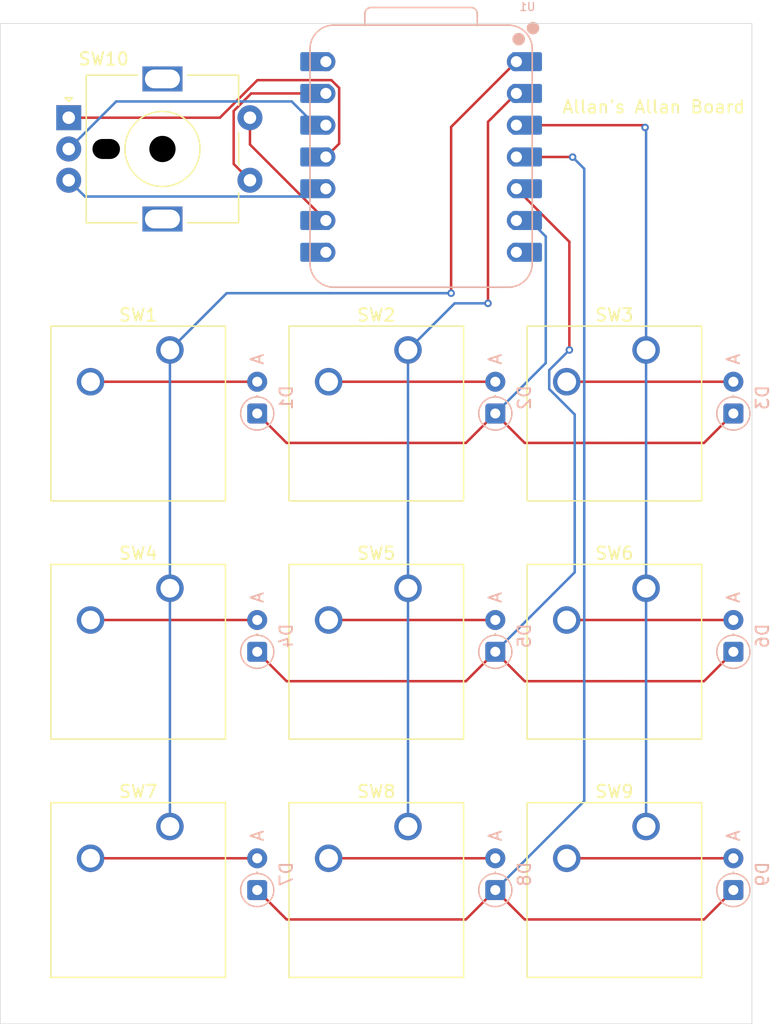
<source format=kicad_pcb>
(kicad_pcb (version 20241229) (generator "pcbnew") (generator_version "9.0")
  (layers (0 "F.Cu" signal) (2 "B.Cu" signal) (13 "F.Paste" user) (15 "B.Paste" user) (5 "F.SilkS" user "F.Silkscreen") (7 "B.SilkS" user "B.Silkscreen") (1 "F.Mask" user) (3 "B.Mask" user) (25 "Edge.Cuts" user))
  (net 0 "")
  (net 1 "Net-(D1-A)")
  (net 2 "Row 0")
  (net 3 "Net-(D2-A)")
  (net 4 "Net-(D3-A)")
  (net 5 "Net-(D4-A)")
  (net 6 "Row 1")
  (net 7 "Net-(D5-A)")
  (net 8 "Net-(D6-A)")
  (net 9 "Net-(D7-A)")
  (net 10 "Row 2")
  (net 11 "Net-(D8-A)")
  (net 12 "Net-(D9-A)")
  (net 13 "Column 0")
  (net 14 "Column 1")
  (net 15 "Column 2")
  (net 16 "GND")
  (net 17 "3.3V")
  (net 18 "Rot B")
  (net 19 "Rot A")
  (net 20 "Rot Switch")
  (net 21 "+5V")
  (footprint "Button_Switch_Keyboard:SW_Cherry_MX_1.00u_PCB" (layer "F.Cu") (at 133.49 101.97)
    (property "Reference" "SW4" (at -2.54 -2.794 0) (layer "F.SilkS"))
    (property "Value" "SW_Push")
    (fp_line (start -9.525 -1.905) (end 4.445 -1.905) (stroke (width 0.12)) (layer "F.SilkS"))
    (fp_line (start -9.525 12.065) (end -9.525 -1.905) (stroke (width 0.12)) (layer "F.SilkS"))
    (fp_line (start 4.445 -1.905) (end 4.445 12.065) (stroke (width 0.12)) (layer "F.SilkS"))
    (fp_line (start 4.445 12.065) (end -9.525 12.065) (stroke (width 0.12)) (layer "F.SilkS"))
    (pad "" np_thru_hole circle (at -7.62 5.08) (size 1.7 1.7) (drill 1.7) (layers "*.Cu" "*.Mask"))
    (pad "" np_thru_hole circle (at -2.54 5.08) (size 4 4) (drill 4) (layers "*.Cu" "*.Mask"))
    (pad "" np_thru_hole circle (at 2.54 5.08) (size 1.7 1.7) (drill 1.7) (layers "*.Cu" "*.Mask"))
    (pad "1" thru_hole circle (at 0 0) (size 2.2 2.2) (drill 1.5) (layers "*.Cu" "*.Mask") (net 13 "Column 0"))
    (pad "2" thru_hole circle (at -6.35 2.54) (size 2.2 2.2) (drill 1.5) (layers "*.Cu" "*.Mask") (net 5 "Net-(D4-A)"))
  )
  (footprint "Button_Switch_Keyboard:SW_Cherry_MX_1.00u_PCB" (layer "F.Cu") (at 152.54 101.97)
    (property "Reference" "SW5" (at -2.54 -2.794 0) (layer "F.SilkS"))
    (property "Value" "SW_Push")
    (fp_line (start -9.525 -1.905) (end 4.445 -1.905) (stroke (width 0.12)) (layer "F.SilkS"))
    (fp_line (start -9.525 12.065) (end -9.525 -1.905) (stroke (width 0.12)) (layer "F.SilkS"))
    (fp_line (start 4.445 -1.905) (end 4.445 12.065) (stroke (width 0.12)) (layer "F.SilkS"))
    (fp_line (start 4.445 12.065) (end -9.525 12.065) (stroke (width 0.12)) (layer "F.SilkS"))
    (pad "" np_thru_hole circle (at -7.62 5.08) (size 1.7 1.7) (drill 1.7) (layers "*.Cu" "*.Mask"))
    (pad "" np_thru_hole circle (at -2.54 5.08) (size 4 4) (drill 4) (layers "*.Cu" "*.Mask"))
    (pad "" np_thru_hole circle (at 2.54 5.08) (size 1.7 1.7) (drill 1.7) (layers "*.Cu" "*.Mask"))
    (pad "1" thru_hole circle (at 0 0) (size 2.2 2.2) (drill 1.5) (layers "*.Cu" "*.Mask") (net 14 "Column 1"))
    (pad "2" thru_hole circle (at -6.35 2.54) (size 2.2 2.2) (drill 1.5) (layers "*.Cu" "*.Mask") (net 7 "Net-(D5-A)"))
  )
  (footprint "Button_Switch_Keyboard:SW_Cherry_MX_1.00u_PCB" (layer "F.Cu") (at 152.54 121.02)
    (property "Reference" "SW8" (at -2.54 -2.794 0) (layer "F.SilkS"))
    (property "Value" "SW_Push")
    (fp_line (start -9.525 -1.905) (end 4.445 -1.905) (stroke (width 0.12)) (layer "F.SilkS"))
    (fp_line (start -9.525 12.065) (end -9.525 -1.905) (stroke (width 0.12)) (layer "F.SilkS"))
    (fp_line (start 4.445 -1.905) (end 4.445 12.065) (stroke (width 0.12)) (layer "F.SilkS"))
    (fp_line (start 4.445 12.065) (end -9.525 12.065) (stroke (width 0.12)) (layer "F.SilkS"))
    (pad "" np_thru_hole circle (at -7.62 5.08) (size 1.7 1.7) (drill 1.7) (layers "*.Cu" "*.Mask"))
    (pad "" np_thru_hole circle (at -2.54 5.08) (size 4 4) (drill 4) (layers "*.Cu" "*.Mask"))
    (pad "" np_thru_hole circle (at 2.54 5.08) (size 1.7 1.7) (drill 1.7) (layers "*.Cu" "*.Mask"))
    (pad "1" thru_hole circle (at 0 0) (size 2.2 2.2) (drill 1.5) (layers "*.Cu" "*.Mask") (net 14 "Column 1"))
    (pad "2" thru_hole circle (at -6.35 2.54) (size 2.2 2.2) (drill 1.5) (layers "*.Cu" "*.Mask") (net 11 "Net-(D8-A)"))
  )
  (footprint "Button_Switch_Keyboard:SW_Cherry_MX_1.00u_PCB" (layer "F.Cu") (at 171.59 82.92)
    (property "Reference" "SW3" (at -2.54 -2.794 0) (layer "F.SilkS"))
    (property "Value" "SW_Push")
    (fp_line (start -9.525 -1.905) (end 4.445 -1.905) (stroke (width 0.12)) (layer "F.SilkS"))
    (fp_line (start -9.525 12.065) (end -9.525 -1.905) (stroke (width 0.12)) (layer "F.SilkS"))
    (fp_line (start 4.445 -1.905) (end 4.445 12.065) (stroke (width 0.12)) (layer "F.SilkS"))
    (fp_line (start 4.445 12.065) (end -9.525 12.065) (stroke (width 0.12)) (layer "F.SilkS"))
    (pad "" np_thru_hole circle (at -7.62 5.08) (size 1.7 1.7) (drill 1.7) (layers "*.Cu" "*.Mask"))
    (pad "" np_thru_hole circle (at -2.54 5.08) (size 4 4) (drill 4) (layers "*.Cu" "*.Mask"))
    (pad "" np_thru_hole circle (at 2.54 5.08) (size 1.7 1.7) (drill 1.7) (layers "*.Cu" "*.Mask"))
    (pad "1" thru_hole circle (at 0 0) (size 2.2 2.2) (drill 1.5) (layers "*.Cu" "*.Mask") (net 15 "Column 2"))
    (pad "2" thru_hole circle (at -6.35 2.54) (size 2.2 2.2) (drill 1.5) (layers "*.Cu" "*.Mask") (net 4 "Net-(D3-A)"))
  )
  (footprint "Button_Switch_Keyboard:SW_Cherry_MX_1.00u_PCB" (layer "F.Cu") (at 152.54 82.92)
    (property "Reference" "SW2" (at -2.54 -2.794 0) (layer "F.SilkS"))
    (property "Value" "SW_Push")
    (fp_line (start -9.525 -1.905) (end 4.445 -1.905) (stroke (width 0.12)) (layer "F.SilkS"))
    (fp_line (start -9.525 12.065) (end -9.525 -1.905) (stroke (width 0.12)) (layer "F.SilkS"))
    (fp_line (start 4.445 -1.905) (end 4.445 12.065) (stroke (width 0.12)) (layer "F.SilkS"))
    (fp_line (start 4.445 12.065) (end -9.525 12.065) (stroke (width 0.12)) (layer "F.SilkS"))
    (pad "" np_thru_hole circle (at -7.62 5.08) (size 1.7 1.7) (drill 1.7) (layers "*.Cu" "*.Mask"))
    (pad "" np_thru_hole circle (at -2.54 5.08) (size 4 4) (drill 4) (layers "*.Cu" "*.Mask"))
    (pad "" np_thru_hole circle (at 2.54 5.08) (size 1.7 1.7) (drill 1.7) (layers "*.Cu" "*.Mask"))
    (pad "1" thru_hole circle (at 0 0) (size 2.2 2.2) (drill 1.5) (layers "*.Cu" "*.Mask") (net 14 "Column 1"))
    (pad "2" thru_hole circle (at -6.35 2.54) (size 2.2 2.2) (drill 1.5) (layers "*.Cu" "*.Mask") (net 3 "Net-(D2-A)"))
  )
  (footprint "Button_Switch_Keyboard:SW_Cherry_MX_1.00u_PCB" (layer "F.Cu") (at 171.59 101.97)
    (property "Reference" "SW6" (at -2.54 -2.794 0) (layer "F.SilkS"))
    (property "Value" "SW_Push")
    (fp_line (start -9.525 -1.905) (end 4.445 -1.905) (stroke (width 0.12)) (layer "F.SilkS"))
    (fp_line (start -9.525 12.065) (end -9.525 -1.905) (stroke (width 0.12)) (layer "F.SilkS"))
    (fp_line (start 4.445 -1.905) (end 4.445 12.065) (stroke (width 0.12)) (layer "F.SilkS"))
    (fp_line (start 4.445 12.065) (end -9.525 12.065) (stroke (width 0.12)) (layer "F.SilkS"))
    (pad "" np_thru_hole circle (at -7.62 5.08) (size 1.7 1.7) (drill 1.7) (layers "*.Cu" "*.Mask"))
    (pad "" np_thru_hole circle (at -2.54 5.08) (size 4 4) (drill 4) (layers "*.Cu" "*.Mask"))
    (pad "" np_thru_hole circle (at 2.54 5.08) (size 1.7 1.7) (drill 1.7) (layers "*.Cu" "*.Mask"))
    (pad "1" thru_hole circle (at 0 0) (size 2.2 2.2) (drill 1.5) (layers "*.Cu" "*.Mask") (net 15 "Column 2"))
    (pad "2" thru_hole circle (at -6.35 2.54) (size 2.2 2.2) (drill 1.5) (layers "*.Cu" "*.Mask") (net 8 "Net-(D6-A)"))
  )
  (footprint "Rotary_Encoder:RotaryEncoder_Alps_EC11E-Switch_Vertical_H20mm_MountingHoles" (layer "F.Cu") (at 125.39375 64.35)
    (property "Reference" "SW10" (at 2.8 -4.7 0) (layer "F.SilkS"))
    (property "Value" "RotaryEncoder_Switch")
    (fp_line (start -0.3 -1.6) (end 0.3 -1.6) (stroke (width 0.12)) (layer "F.SilkS"))
    (fp_line (start 0 -1.3) (end -0.3 -1.6) (stroke (width 0.12)) (layer "F.SilkS"))
    (fp_line (start 0.3 -1.6) (end 0 -1.3) (stroke (width 0.12)) (layer "F.SilkS"))
    (fp_line (start 1.4 -3.4) (end 1.4 8.4) (stroke (width 0.12)) (layer "F.SilkS"))
    (fp_line (start 5.5 -3.4) (end 1.4 -3.4) (stroke (width 0.12)) (layer "F.SilkS"))
    (fp_line (start 5.5 8.4) (end 1.4 8.4) (stroke (width 0.12)) (layer "F.SilkS"))
    (fp_line (start 9.5 -3.4) (end 13.6 -3.4) (stroke (width 0.12)) (layer "F.SilkS"))
    (fp_line (start 13.6 -3.4) (end 13.6 -1) (stroke (width 0.12)) (layer "F.SilkS"))
    (fp_line (start 13.6 1.2) (end 13.6 3.8) (stroke (width 0.12)) (layer "F.SilkS"))
    (fp_line (start 13.6 6) (end 13.6 8.4) (stroke (width 0.12)) (layer "F.SilkS"))
    (fp_line (start 13.6 8.4) (end 9.5 8.4) (stroke (width 0.12)) (layer "F.SilkS"))
    (fp_circle (center 7.5 2.5) (end 10.5 2.5) (stroke (width 0.12)) (fill no) (layer "F.SilkS"))
    (pad "" np_thru_hole oval (at 3 2.5) (size 2.2 1.6) (drill oval 2.2 1.6) (layers "*.Mask"))
    (pad "" np_thru_hole circle (at 7.5 2.5) (size 2.1 2.1) (drill 2.1) (layers "*.Mask"))
    (pad "A" thru_hole rect (at 0 0) (size 2 2) (drill 1) (layers "*.Cu" "*.Mask") (net 19 "Rot A"))
    (pad "B" thru_hole circle (at 0 5) (size 2 2) (drill 1) (layers "*.Cu" "*.Mask") (net 18 "Rot B"))
    (pad "C" thru_hole circle (at 0 2.5) (size 2 2) (drill 1) (layers "*.Cu" "*.Mask") (net 17 "3.3V"))
    (pad "MP" thru_hole rect (at 7.5 -3.1) (size 3.2 2) (drill oval 2.8 1.5) (layers "*.Cu" "*.Mask"))
    (pad "MP" thru_hole rect (at 7.5 8.1) (size 3.2 2) (drill oval 2.8 1.5) (layers "*.Cu" "*.Mask"))
    (pad "S1" thru_hole circle (at 14.5 5) (size 2 2) (drill 1) (layers "*.Cu" "*.Mask") (net 16 "GND"))
    (pad "S2" thru_hole circle (at 14.5 0) (size 2 2) (drill 1) (layers "*.Cu" "*.Mask") (net 20 "Rot Switch"))
  )
  (footprint "Button_Switch_Keyboard:SW_Cherry_MX_1.00u_PCB" (layer "F.Cu") (at 133.49 121.02)
    (property "Reference" "SW7" (at -2.54 -2.794 0) (layer "F.SilkS"))
    (property "Value" "SW_Push")
    (fp_line (start -9.525 -1.905) (end 4.445 -1.905) (stroke (width 0.12)) (layer "F.SilkS"))
    (fp_line (start -9.525 12.065) (end -9.525 -1.905) (stroke (width 0.12)) (layer "F.SilkS"))
    (fp_line (start 4.445 -1.905) (end 4.445 12.065) (stroke (width 0.12)) (layer "F.SilkS"))
    (fp_line (start 4.445 12.065) (end -9.525 12.065) (stroke (width 0.12)) (layer "F.SilkS"))
    (pad "" np_thru_hole circle (at -7.62 5.08) (size 1.7 1.7) (drill 1.7) (layers "*.Cu" "*.Mask"))
    (pad "" np_thru_hole circle (at -2.54 5.08) (size 4 4) (drill 4) (layers "*.Cu" "*.Mask"))
    (pad "" np_thru_hole circle (at 2.54 5.08) (size 1.7 1.7) (drill 1.7) (layers "*.Cu" "*.Mask"))
    (pad "1" thru_hole circle (at 0 0) (size 2.2 2.2) (drill 1.5) (layers "*.Cu" "*.Mask") (net 13 "Column 0"))
    (pad "2" thru_hole circle (at -6.35 2.54) (size 2.2 2.2) (drill 1.5) (layers "*.Cu" "*.Mask") (net 9 "Net-(D7-A)"))
  )
  (footprint "Button_Switch_Keyboard:SW_Cherry_MX_1.00u_PCB" (layer "F.Cu") (at 133.49 82.92)
    (property "Reference" "SW1" (at -2.54 -2.794 0) (layer "F.SilkS"))
    (property "Value" "SW_Push")
    (fp_line (start -9.525 -1.905) (end 4.445 -1.905) (stroke (width 0.12)) (layer "F.SilkS"))
    (fp_line (start -9.525 12.065) (end -9.525 -1.905) (stroke (width 0.12)) (layer "F.SilkS"))
    (fp_line (start 4.445 -1.905) (end 4.445 12.065) (stroke (width 0.12)) (layer "F.SilkS"))
    (fp_line (start 4.445 12.065) (end -9.525 12.065) (stroke (width 0.12)) (layer "F.SilkS"))
    (pad "" np_thru_hole circle (at -7.62 5.08) (size 1.7 1.7) (drill 1.7) (layers "*.Cu" "*.Mask"))
    (pad "" np_thru_hole circle (at -2.54 5.08) (size 4 4) (drill 4) (layers "*.Cu" "*.Mask"))
    (pad "" np_thru_hole circle (at 2.54 5.08) (size 1.7 1.7) (drill 1.7) (layers "*.Cu" "*.Mask"))
    (pad "1" thru_hole circle (at 0 0) (size 2.2 2.2) (drill 1.5) (layers "*.Cu" "*.Mask") (net 13 "Column 0"))
    (pad "2" thru_hole circle (at -6.35 2.54) (size 2.2 2.2) (drill 1.5) (layers "*.Cu" "*.Mask") (net 1 "Net-(D1-A)"))
  )
  (footprint "Button_Switch_Keyboard:SW_Cherry_MX_1.00u_PCB" (layer "F.Cu") (at 171.59 121.02)
    (property "Reference" "SW9" (at -2.54 -2.794 0) (layer "F.SilkS"))
    (property "Value" "SW_Push")
    (fp_line (start -9.525 -1.905) (end 4.445 -1.905) (stroke (width 0.12)) (layer "F.SilkS"))
    (fp_line (start -9.525 12.065) (end -9.525 -1.905) (stroke (width 0.12)) (layer "F.SilkS"))
    (fp_line (start 4.445 -1.905) (end 4.445 12.065) (stroke (width 0.12)) (layer "F.SilkS"))
    (fp_line (start 4.445 12.065) (end -9.525 12.065) (stroke (width 0.12)) (layer "F.SilkS"))
    (pad "" np_thru_hole circle (at -7.62 5.08) (size 1.7 1.7) (drill 1.7) (layers "*.Cu" "*.Mask"))
    (pad "" np_thru_hole circle (at -2.54 5.08) (size 4 4) (drill 4) (layers "*.Cu" "*.Mask"))
    (pad "" np_thru_hole circle (at 2.54 5.08) (size 1.7 1.7) (drill 1.7) (layers "*.Cu" "*.Mask"))
    (pad "1" thru_hole circle (at 0 0) (size 2.2 2.2) (drill 1.5) (layers "*.Cu" "*.Mask") (net 15 "Column 2"))
    (pad "2" thru_hole circle (at -6.35 2.54) (size 2.2 2.2) (drill 1.5) (layers "*.Cu" "*.Mask") (net 12 "Net-(D9-A)"))
  )
  (footprint "Diode_THT:D_DO-35_SOD27_P2.54mm_Vertical_AnodeUp" (layer "B.Cu") (at 140.475 126.1 90)
    (property "Reference" "D7" (at 1.27 2.326371 90) (layer "B.SilkS") (effects (justify mirror)))
    (property "Value" "1N4148WT")
    (fp_line (start 1.326371 0) (end 1.44 0) (stroke (width 0.12)) (layer "B.SilkS"))
    (fp_circle (center 0 0) (end 1.326371 0) (stroke (width 0.12)) (fill no) (layer "B.SilkS"))
    (fp_text user "A" (at 4.34 0 90) (layer "B.SilkS") (effects (justify mirror)))
    (pad "1" thru_hole roundrect (at 0 0 90) (size 1.6 1.6) (drill 0.8) (layers "*.Cu" "*.Mask") (roundrect_rratio 0.15625) (net 10 "Row 2"))
    (pad "2" thru_hole circle (at 2.54 0 90) (size 1.6 1.6) (drill 0.8) (layers "*.Cu" "*.Mask") (net 9 "Net-(D7-A)"))
  )
  (footprint "Diode_THT:D_DO-35_SOD27_P2.54mm_Vertical_AnodeUp" (layer "B.Cu") (at 178.575 88 90)
    (property "Reference" "D3" (at 1.27 2.326371 90) (layer "B.SilkS") (effects (justify mirror)))
    (property "Value" "1N4148WT")
    (fp_line (start 1.326371 0) (end 1.44 0) (stroke (width 0.12)) (layer "B.SilkS"))
    (fp_circle (center 0 0) (end 1.326371 0) (stroke (width 0.12)) (fill no) (layer "B.SilkS"))
    (fp_text user "A" (at 4.34 0 90) (layer "B.SilkS") (effects (justify mirror)))
    (pad "1" thru_hole roundrect (at 0 0 90) (size 1.6 1.6) (drill 0.8) (layers "*.Cu" "*.Mask") (roundrect_rratio 0.15625) (net 2 "Row 0"))
    (pad "2" thru_hole circle (at 2.54 0 90) (size 1.6 1.6) (drill 0.8) (layers "*.Cu" "*.Mask") (net 4 "Net-(D3-A)"))
  )
  (footprint "Diode_THT:D_DO-35_SOD27_P2.54mm_Vertical_AnodeUp" (layer "B.Cu") (at 140.475 107.05 90)
    (property "Reference" "D4" (at 1.27 2.326371 90) (layer "B.SilkS") (effects (justify mirror)))
    (property "Value" "1N4148WT")
    (fp_line (start 1.326371 0) (end 1.44 0) (stroke (width 0.12)) (layer "B.SilkS"))
    (fp_circle (center 0 0) (end 1.326371 0) (stroke (width 0.12)) (fill no) (layer "B.SilkS"))
    (fp_text user "A" (at 4.34 0 90) (layer "B.SilkS") (effects (justify mirror)))
    (pad "1" thru_hole roundrect (at 0 0 90) (size 1.6 1.6) (drill 0.8) (layers "*.Cu" "*.Mask") (roundrect_rratio 0.15625) (net 6 "Row 1"))
    (pad "2" thru_hole circle (at 2.54 0 90) (size 1.6 1.6) (drill 0.8) (layers "*.Cu" "*.Mask") (net 5 "Net-(D4-A)"))
  )
  (footprint "Diode_THT:D_DO-35_SOD27_P2.54mm_Vertical_AnodeUp" (layer "B.Cu") (at 159.525 107.05 90)
    (property "Reference" "D5" (at 1.27 2.326371 90) (layer "B.SilkS") (effects (justify mirror)))
    (property "Value" "1N4148WT")
    (fp_line (start 1.326371 0) (end 1.44 0) (stroke (width 0.12)) (layer "B.SilkS"))
    (fp_circle (center 0 0) (end 1.326371 0) (stroke (width 0.12)) (fill no) (layer "B.SilkS"))
    (fp_text user "A" (at 4.34 0 90) (layer "B.SilkS") (effects (justify mirror)))
    (pad "1" thru_hole roundrect (at 0 0 90) (size 1.6 1.6) (drill 0.8) (layers "*.Cu" "*.Mask") (roundrect_rratio 0.15625) (net 6 "Row 1"))
    (pad "2" thru_hole circle (at 2.54 0 90) (size 1.6 1.6) (drill 0.8) (layers "*.Cu" "*.Mask") (net 7 "Net-(D5-A)"))
  )
  (footprint "Diode_THT:D_DO-35_SOD27_P2.54mm_Vertical_AnodeUp" (layer "B.Cu") (at 178.575 126.1 90)
    (property "Reference" "D9" (at 1.27 2.326371 90) (layer "B.SilkS") (effects (justify mirror)))
    (property "Value" "1N4148WT")
    (fp_line (start 1.326371 0) (end 1.44 0) (stroke (width 0.12)) (layer "B.SilkS"))
    (fp_circle (center 0 0) (end 1.326371 0) (stroke (width 0.12)) (fill no) (layer "B.SilkS"))
    (fp_text user "A" (at 4.34 0 90) (layer "B.SilkS") (effects (justify mirror)))
    (pad "1" thru_hole roundrect (at 0 0 90) (size 1.6 1.6) (drill 0.8) (layers "*.Cu" "*.Mask") (roundrect_rratio 0.15625) (net 10 "Row 2"))
    (pad "2" thru_hole circle (at 2.54 0 90) (size 1.6 1.6) (drill 0.8) (layers "*.Cu" "*.Mask") (net 12 "Net-(D9-A)"))
  )
  (footprint "Diode_THT:D_DO-35_SOD27_P2.54mm_Vertical_AnodeUp" (layer "B.Cu") (at 159.525 126.1 90)
    (property "Reference" "D8" (at 1.27 2.326371 90) (layer "B.SilkS") (effects (justify mirror)))
    (property "Value" "1N4148WT")
    (fp_line (start 1.326371 0) (end 1.44 0) (stroke (width 0.12)) (layer "B.SilkS"))
    (fp_circle (center 0 0) (end 1.326371 0) (stroke (width 0.12)) (fill no) (layer "B.SilkS"))
    (fp_text user "A" (at 4.34 0 90) (layer "B.SilkS") (effects (justify mirror)))
    (pad "1" thru_hole roundrect (at 0 0 90) (size 1.6 1.6) (drill 0.8) (layers "*.Cu" "*.Mask") (roundrect_rratio 0.15625) (net 10 "Row 2"))
    (pad "2" thru_hole circle (at 2.54 0 90) (size 1.6 1.6) (drill 0.8) (layers "*.Cu" "*.Mask") (net 11 "Net-(D8-A)"))
  )
  (footprint "Diode_THT:D_DO-35_SOD27_P2.54mm_Vertical_AnodeUp" (layer "B.Cu") (at 140.475 88 90)
    (property "Reference" "D1" (at 1.27 2.326371 90) (layer "B.SilkS") (effects (justify mirror)))
    (property "Value" "1N4148WT")
    (fp_line (start 1.326371 0) (end 1.44 0) (stroke (width 0.12)) (layer "B.SilkS"))
    (fp_circle (center 0 0) (end 1.326371 0) (stroke (width 0.12)) (fill no) (layer "B.SilkS"))
    (fp_text user "A" (at 4.34 0 90) (layer "B.SilkS") (effects (justify mirror)))
    (pad "1" thru_hole roundrect (at 0 0 90) (size 1.6 1.6) (drill 0.8) (layers "*.Cu" "*.Mask") (roundrect_rratio 0.15625) (net 2 "Row 0"))
    (pad "2" thru_hole circle (at 2.54 0 90) (size 1.6 1.6) (drill 0.8) (layers "*.Cu" "*.Mask") (net 1 "Net-(D1-A)"))
  )
  (footprint "OPL:XIAO-RP2040-DIP" (layer "B.Cu") (at 153.59 67.4885 180)
    (property "Reference" "U1" (at -8.5 12 0) (layer "B.SilkS") (effects (font (size 0.635 0.635) (thickness 0.1016)) (justify mirror)))
    (property "Value" "XIAO-RP2040-DIP")
    (fp_line (start 8.89 -8.509) (end 8.89 8.636) (stroke (width 0.127)) (layer "B.SilkS"))
    (fp_line (start 6.985 10.541) (end -6.985 10.541) (stroke (width 0.1)) (layer "B.SilkS"))
    (fp_line (start 6.985 10.541) (end -6.985 10.541) (stroke (width 0.127)) (layer "B.SilkS"))
    (fp_line (start 4.504 11.451) (end 4.504 10.541) (stroke (width 0.127)) (layer "B.SilkS"))
    (fp_line (start -3.991272 11.951) (end 4.004 11.951) (stroke (width 0.127)) (layer "B.SilkS"))
    (fp_line (start -4.495 10.541) (end -4.491272 11.451272) (stroke (width 0.127)) (layer "B.SilkS"))
    (fp_line (start -6.985 -10.414) (end 6.985 -10.414) (stroke (width 0.127)) (layer "B.SilkS"))
    (fp_line (start -8.89 -8.509) (end -8.89 8.636) (stroke (width 0.127)) (layer "B.SilkS"))
    (fp_arc (start 8.89 8.636) (mid 8.332038 9.983038) (end 6.985 10.541) (stroke (width 0.127)) (layer "B.SilkS"))
    (fp_arc (start 6.985 -10.414) (mid 8.332038 -9.856038) (end 8.89 -8.509) (stroke (width 0.127)) (layer "B.SilkS"))
    (fp_arc (start 4.504 11.451) (mid 4.357553 11.804553) (end 4.004 11.951) (stroke (width 0.127)) (layer "B.SilkS"))
    (fp_arc (start -3.991272 11.951) (mid -4.344724 11.804644) (end -4.491272 11.451272) (stroke (width 0.127)) (layer "B.SilkS"))
    (fp_arc (start -6.985 10.541) (mid -8.332038 9.983038) (end -8.89 8.636) (stroke (width 0.127)) (layer "B.SilkS"))
    (fp_arc (start -8.89 -8.509) (mid -8.332038 -9.856038) (end -6.985 -10.414) (stroke (width 0.127)) (layer "B.SilkS"))
    (fp_circle (center -7.807 9.42) (end -7.807 9.674) (stroke (width 0.5)) (fill yes) (layer "B.SilkS"))
    (fp_circle (center -8.95 10.3) (end -8.95 10.554) (stroke (width 0.5)) (fill yes) (layer "B.SilkS"))
    (pad "1" smd roundrect (at -8.455 7.62) (size 2.432 1.524) (layers "B.Cu" "B.Mask") (roundrect_rratio 0.1) (net 13 "Column 0"))
    (pad "1" thru_hole circle (at -7.62 7.62) (size 1.524 1.524) (drill 0.889) (layers "*.Cu" "*.Mask") (net 13 "Column 0"))
    (pad "2" smd roundrect (at -8.455 5.08) (size 2.432 1.524) (layers "B.Cu" "B.Mask") (roundrect_rratio 0.1) (net 14 "Column 1"))
    (pad "2" thru_hole circle (at -7.62 5.08) (size 1.524 1.524) (drill 0.889) (layers "*.Cu" "*.Mask") (net 14 "Column 1"))
    (pad "3" smd roundrect (at -8.455 2.54) (size 2.432 1.524) (layers "B.Cu" "B.Mask") (roundrect_rratio 0.1) (net 15 "Column 2"))
    (pad "3" thru_hole circle (at -7.62 2.54) (size 1.524 1.524) (drill 0.889) (layers "*.Cu" "*.Mask") (net 15 "Column 2"))
    (pad "4" smd roundrect (at -8.455 0) (size 2.432 1.524) (layers "B.Cu" "B.Mask") (roundrect_rratio 0.1) (net 10 "Row 2"))
    (pad "4" thru_hole circle (at -7.62 0) (size 1.524 1.524) (drill 0.889) (layers "*.Cu" "*.Mask") (net 10 "Row 2"))
    (pad "5" smd roundrect (at -8.455 -2.54) (size 2.432 1.524) (layers "B.Cu" "B.Mask") (roundrect_rratio 0.1) (net 6 "Row 1"))
    (pad "5" thru_hole circle (at -7.62 -2.54) (size 1.524 1.524) (drill 0.889) (layers "*.Cu" "*.Mask") (net 6 "Row 1"))
    (pad "6" smd roundrect (at -8.455 -5.08) (size 2.432 1.524) (layers "B.Cu" "B.Mask") (roundrect_rratio 0.1) (net 2 "Row 0"))
    (pad "6" thru_hole circle (at -7.62 -5.08) (size 1.524 1.524) (drill 0.889) (layers "*.Cu" "*.Mask") (net 2 "Row 0"))
    (pad "7" smd roundrect (at -8.455 -7.62) (size 2.432 1.524) (layers "B.Cu" "B.Mask") (roundrect_rratio 0.1))
    (pad "7" thru_hole circle (at -7.62 -7.62) (size 1.524 1.524) (drill 0.889) (layers "*.Cu" "*.Mask"))
    (pad "8" thru_hole circle (at 7.62 -7.62 180) (size 1.524 1.524) (drill 0.889) (layers "*.Cu" "*.Mask"))
    (pad "8" smd roundrect (at 8.455 -7.62 180) (size 2.432 1.524) (layers "B.Cu" "B.Mask") (roundrect_rratio 0.1))
    (pad "9" thru_hole circle (at 7.62 -5.08 180) (size 1.524 1.524) (drill 0.889) (layers "*.Cu" "*.Mask") (net 20 "Rot Switch"))
    (pad "9" smd roundrect (at 8.455 -5.08 180) (size 2.432 1.524) (layers "B.Cu" "B.Mask") (roundrect_rratio 0.1) (net 20 "Rot Switch"))
    (pad "10" thru_hole circle (at 7.62 -2.54 180) (size 1.524 1.524) (drill 0.889) (layers "*.Cu" "*.Mask") (net 18 "Rot B"))
    (pad "10" smd roundrect (at 8.455 -2.54 180) (size 2.432 1.524) (layers "B.Cu" "B.Mask") (roundrect_rratio 0.1) (net 18 "Rot B"))
    (pad "11" thru_hole circle (at 7.62 0 180) (size 1.524 1.524) (drill 0.889) (layers "*.Cu" "*.Mask") (net 19 "Rot A"))
    (pad "11" smd roundrect (at 8.455 0 180) (size 2.432 1.524) (layers "B.Cu" "B.Mask") (roundrect_rratio 0.1) (net 19 "Rot A"))
    (pad "12" thru_hole circle (at 7.62 2.54 180) (size 1.524 1.524) (drill 0.889) (layers "*.Cu" "*.Mask") (net 17 "3.3V"))
    (pad "12" smd roundrect (at 8.455 2.54 180) (size 2.432 1.524) (layers "B.Cu" "B.Mask") (roundrect_rratio 0.1) (net 17 "3.3V"))
    (pad "13" thru_hole circle (at 7.62 5.08 180) (size 1.524 1.524) (drill 0.889) (layers "*.Cu" "*.Mask") (net 16 "GND"))
    (pad "13" smd roundrect (at 8.455 5.08 180) (size 2.432 1.524) (layers "B.Cu" "B.Mask") (roundrect_rratio 0.1) (net 16 "GND"))
    (pad "14" thru_hole circle (at 7.62 7.62 180) (size 1.524 1.524) (drill 0.889) (layers "*.Cu" "*.Mask") (net 21 "+5V"))
    (pad "14" smd roundrect (at 8.455 7.62 180) (size 2.432 1.524) (layers "B.Cu" "B.Mask") (roundrect_rratio 0.1) (net 21 "+5V"))
  )
  (footprint "Diode_THT:D_DO-35_SOD27_P2.54mm_Vertical_AnodeUp" (layer "B.Cu") (at 159.525 88 90)
    (property "Reference" "D2" (at 1.27 2.326371 90) (layer "B.SilkS") (effects (justify mirror)))
    (property "Value" "1N4148WT")
    (fp_line (start 1.326371 0) (end 1.44 0) (stroke (width 0.12)) (layer "B.SilkS"))
    (fp_circle (center 0 0) (end 1.326371 0) (stroke (width 0.12)) (fill no) (layer "B.SilkS"))
    (fp_text user "A" (at 4.34 0 90) (layer "B.SilkS") (effects (justify mirror)))
    (pad "1" thru_hole roundrect (at 0 0 90) (size 1.6 1.6) (drill 0.8) (layers "*.Cu" "*.Mask") (roundrect_rratio 0.15625) (net 2 "Row 0"))
    (pad "2" thru_hole circle (at 2.54 0 90) (size 1.6 1.6) (drill 0.8) (layers "*.Cu" "*.Mask") (net 3 "Net-(D2-A)"))
  )
  (footprint "Diode_THT:D_DO-35_SOD27_P2.54mm_Vertical_AnodeUp" (layer "B.Cu") (at 178.575 107.05 90)
    (property "Reference" "D6" (at 1.27 2.326371 90) (layer "B.SilkS") (effects (justify mirror)))
    (property "Value" "1N4148WT")
    (fp_line (start 1.326371 0) (end 1.44 0) (stroke (width 0.12)) (layer "B.SilkS"))
    (fp_circle (center 0 0) (end 1.326371 0) (stroke (width 0.12)) (fill no) (layer "B.SilkS"))
    (fp_text user "A" (at 4.34 0 90) (layer "B.SilkS") (effects (justify mirror)))
    (pad "1" thru_hole roundrect (at 0 0 90) (size 1.6 1.6) (drill 0.8) (layers "*.Cu" "*.Mask") (roundrect_rratio 0.15625) (net 6 "Row 1"))
    (pad "2" thru_hole circle (at 2.54 0 90) (size 1.6 1.6) (drill 0.8) (layers "*.Cu" "*.Mask") (net 8 "Net-(D6-A)"))
  )
  (gr_rect (start 119.92 56.81) (end 180.06 136.79) (stroke (width 0.05)) (fill no) (layer "Edge.Cuts"))
  (gr_text "Allan's Allan Board" (at 164.81 64.07 0) (layer "F.SilkS") (effects (font (size 1 1)) (justify left bottom)))
  (segment (start 127.14 85.46) (end 140.475 85.46) (width 0.2) (layer "F.Cu") (net 1))
  (segment (start 140.475 88) (end 142.826 90.351) (width 0.2) (layer "F.Cu") (net 2))
  (segment (start 161.876 90.351) (end 176.224 90.351) (width 0.2) (layer "F.Cu") (net 2))
  (segment (start 159.525 88) (end 161.876 90.351) (width 0.2) (layer "F.Cu") (net 2))
  (segment (start 176.224 90.351) (end 178.575 88) (width 0.2) (layer "F.Cu") (net 2))
  (segment (start 142.826 90.351) (end 157.174 90.351) (width 0.2) (layer "F.Cu") (net 2))
  (segment (start 157.174 90.351) (end 159.525 88) (width 0.2) (layer "F.Cu") (net 2))
  (segment (start 163.562 83.963) (end 163.562 73.84287) (width 0.2) (layer "B.Cu") (net 2))
  (segment (start 163.562 73.84287) (end 162.28763 72.5685) (width 0.2) (layer "B.Cu") (net 2))
  (segment (start 159.525 88) (end 163.562 83.963) (width 0.2) (layer "B.Cu") (net 2))
  (segment (start 162.28763 72.5685) (end 161.21 72.5685) (width 0.2) (layer "B.Cu") (net 2))
  (segment (start 146.19 85.46) (end 159.525 85.46) (width 0.2) (layer "F.Cu") (net 3))
  (segment (start 165.24 85.46) (end 178.575 85.46) (width 0.2) (layer "F.Cu") (net 4))
  (segment (start 127.14 104.51) (end 140.475 104.51) (width 0.2) (layer "F.Cu") (net 5))
  (segment (start 165.45 82.92) (end 165.45 74.2685) (width 0.2) (layer "F.Cu") (net 6))
  (segment (start 178.575 107.05) (end 178.33 107.05) (width 0.2) (layer "F.Cu") (net 6))
  (segment (start 140.475 107.05) (end 142.826 109.401) (width 0.2) (layer "F.Cu") (net 6))
  (segment (start 142.826 109.401) (end 157.174 109.401) (width 0.2) (layer "F.Cu") (net 6))
  (segment (start 157.174 109.401) (end 159.525 107.05) (width 0.2) (layer "F.Cu") (net 6))
  (segment (start 161.876 109.401) (end 176.224 109.401) (width 0.2) (layer "F.Cu") (net 6))
  (segment (start 165.45 74.2685) (end 161.21 70.0285) (width 0.2) (layer "F.Cu") (net 6))
  (segment (start 159.525 107.05) (end 161.876 109.401) (width 0.2) (layer "F.Cu") (net 6))
  (segment (start 176.224 109.401) (end 178.575 107.05) (width 0.2) (layer "F.Cu") (net 6))
  (via (at 165.45 82.92) (size 0.6) (drill 0.3) (layers "F.Cu" "B.Cu") (net 6))
  (segment (start 165.88 100.695) (end 165.88 88.081314) (width 0.2) (layer "B.Cu") (net 6))
  (segment (start 163.839 86.040314) (end 163.839 84.531) (width 0.2) (layer "B.Cu") (net 6))
  (segment (start 160.88387 70.04) (end 161.9615 70.04) (width 0.2) (layer "B.Cu") (net 6))
  (segment (start 165.88 88.081314) (end 163.839 86.040314) (width 0.2) (layer "B.Cu") (net 6))
  (segment (start 163.839 84.531) (end 165.45 82.92) (width 0.2) (layer "B.Cu") (net 6))
  (segment (start 159.525 107.05) (end 165.88 100.695) (width 0.2) (layer "B.Cu") (net 6))
  (segment (start 146.19 104.51) (end 159.525 104.51) (width 0.2) (layer "F.Cu") (net 7))
  (segment (start 165.24 104.51) (end 178.575 104.51) (width 0.2) (layer "F.Cu") (net 8))
  (segment (start 127.14 123.56) (end 140.475 123.56) (width 0.2) (layer "F.Cu") (net 9))
  (segment (start 157.174 128.451) (end 159.525 126.1) (width 0.2) (layer "F.Cu") (net 10))
  (segment (start 176.224 128.451) (end 178.575 126.1) (width 0.2) (layer "F.Cu") (net 10))
  (segment (start 165.6985 67.4885) (end 161.21 67.4885) (width 0.2) (layer "F.Cu") (net 10))
  (segment (start 178.575 126.1) (end 177.86 126.1) (width 0.2) (layer "F.Cu") (net 10))
  (segment (start 161.876 128.451) (end 176.224 128.451) (width 0.2) (layer "F.Cu") (net 10))
  (segment (start 165.71 67.5) (end 165.6985 67.4885) (width 0.2) (layer "F.Cu") (net 10))
  (segment (start 140.475 126.1) (end 142.826 128.451) (width 0.2) (layer "F.Cu") (net 10))
  (segment (start 142.826 128.451) (end 157.174 128.451) (width 0.2) (layer "F.Cu") (net 10))
  (segment (start 159.525 126.1) (end 161.876 128.451) (width 0.2) (layer "F.Cu") (net 10))
  (via (at 165.71 67.5) (size 0.6) (drill 0.3) (layers "F.Cu" "B.Cu") (net 10))
  (segment (start 159.525 126.1) (end 166.641 118.984) (width 0.2) (layer "B.Cu") (net 10))
  (segment (start 166.641 118.984) (end 166.641 68.431) (width 0.2) (layer "B.Cu") (net 10))
  (segment (start 166.641 68.431) (end 165.71 67.5) (width 0.2) (layer "B.Cu") (net 10))
  (segment (start 146.19 123.56) (end 159.525 123.56) (width 0.2) (layer "F.Cu") (net 11))
  (segment (start 165.24 123.56) (end 178.575 123.56) (width 0.2) (layer "F.Cu") (net 12))
  (segment (start 155.99 65.0885) (end 161.21 59.8685) (width 0.2) (layer "F.Cu") (net 13))
  (segment (start 155.99 78.38) (end 155.99 65.0885) (width 0.2) (layer "F.Cu") (net 13))
  (via (at 155.99 78.38) (size 0.6) (drill 0.3) (layers "F.Cu" "B.Cu") (net 13))
  (segment (start 138.03 78.38) (end 155.99 78.38) (width 0.2) (layer "B.Cu") (net 13))
  (segment (start 133.49 82.92) (end 138.03 78.38) (width 0.2) (layer "B.Cu") (net 13))
  (segment (start 133.49 82.92) (end 133.49 121.02) (width 0.2) (layer "B.Cu") (net 13))
  (segment (start 158.94 64.6785) (end 161.21 62.4085) (width 0.2) (layer "F.Cu") (net 14))
  (segment (start 158.94 79.19) (end 158.94 64.6785) (width 0.2) (layer "F.Cu") (net 14))
  (via (at 158.94 79.19) (size 0.6) (drill 0.3) (layers "F.Cu" "B.Cu") (net 14))
  (segment (start 156.27 79.19) (end 158.94 79.19) (width 0.2) (layer "B.Cu") (net 14))
  (segment (start 152.54 82.92) (end 156.27 79.19) (width 0.2) (layer "B.Cu") (net 14))
  (segment (start 152.54 82.92) (end 152.54 121.02) (width 0.2) (layer "B.Cu") (net 14))
  (segment (start 171.51 65.13) (end 171.3285 64.9485) (width 0.2) (layer "F.Cu") (net 15))
  (segment (start 171.3285 64.9485) (end 161.21 64.9485) (width 0.2) (layer "F.Cu") (net 15))
  (via (at 171.51 65.13) (size 0.6) (drill 0.3) (layers "F.Cu" "B.Cu") (net 15))
  (segment (start 171.59 82.92) (end 171.59 65.21) (width 0.2) (layer "B.Cu") (net 15))
  (segment (start 171.59 82.92) (end 171.59 121.02) (width 0.2) (layer "B.Cu") (net 15))
  (segment (start 171.59 65.21) (end 171.51 65.13) (width 0.2) (layer "B.Cu") (net 15))
  (segment (start 139.89375 69.35) (end 138.59275 68.049) (width 0.2) (layer "F.Cu") (net 16))
  (segment (start 139.995358 62.4085) (end 145.97 62.4085) (width 0.2) (layer "F.Cu") (net 16))
  (segment (start 138.59275 68.049) (end 138.59275 63.811108) (width 0.2) (layer "F.Cu") (net 16))
  (segment (start 138.59275 63.811108) (end 139.995358 62.4085) (width 0.2) (layer "F.Cu") (net 16))
  (segment (start 125.39375 66.85) (end 125.39375 67.16625) (width 0.2) (layer "F.Cu") (net 17))
  (segment (start 125.39375 67.16625) (end 125.36 67.2) (width 0.2) (layer "F.Cu") (net 17))
  (segment (start 143.2355 63.049) (end 145.135 64.9485) (width 0.2) (layer "B.Cu") (net 17))
  (segment (start 129.19475 63.049) (end 143.2355 63.049) (width 0.2) (layer "B.Cu") (net 17))
  (segment (start 125.39375 66.85) (end 129.19475 63.049) (width 0.2) (layer "B.Cu") (net 17))
  (segment (start 145.3475 70.651) (end 145.97 70.0285) (width 0.2) (layer "B.Cu") (net 18))
  (segment (start 126.69475 70.651) (end 145.3475 70.651) (width 0.2) (layer "B.Cu") (net 18))
  (segment (start 125.39375 69.35) (end 126.69475 70.651) (width 0.2) (layer "B.Cu") (net 18))
  (segment (start 147.033 61.96819) (end 147.033 66.4255) (width 0.2) (layer "F.Cu") (net 19))
  (segment (start 146.41031 61.3455) (end 147.033 61.96819) (width 0.2) (layer "F.Cu") (net 19))
  (segment (start 147.033 66.4255) (end 145.97 67.4885) (width 0.2) (layer "F.Cu") (net 19))
  (segment (start 140.491258 61.3455) (end 146.41031 61.3455) (width 0.2) (layer "F.Cu") (net 19))
  (segment (start 137.486758 64.35) (end 140.491258 61.3455) (width 0.2) (layer "F.Cu") (net 19))
  (segment (start 125.39375 64.35) (end 137.486758 64.35) (width 0.2) (layer "F.Cu") (net 19))
  (segment (start 139.89375 64.35) (end 139.89375 66.49225) (width 0.2) (layer "F.Cu") (net 20))
  (segment (start 139.89375 66.49225) (end 145.97 72.5685) (width 0.2) (layer "F.Cu") (net 20))
)
</source>
